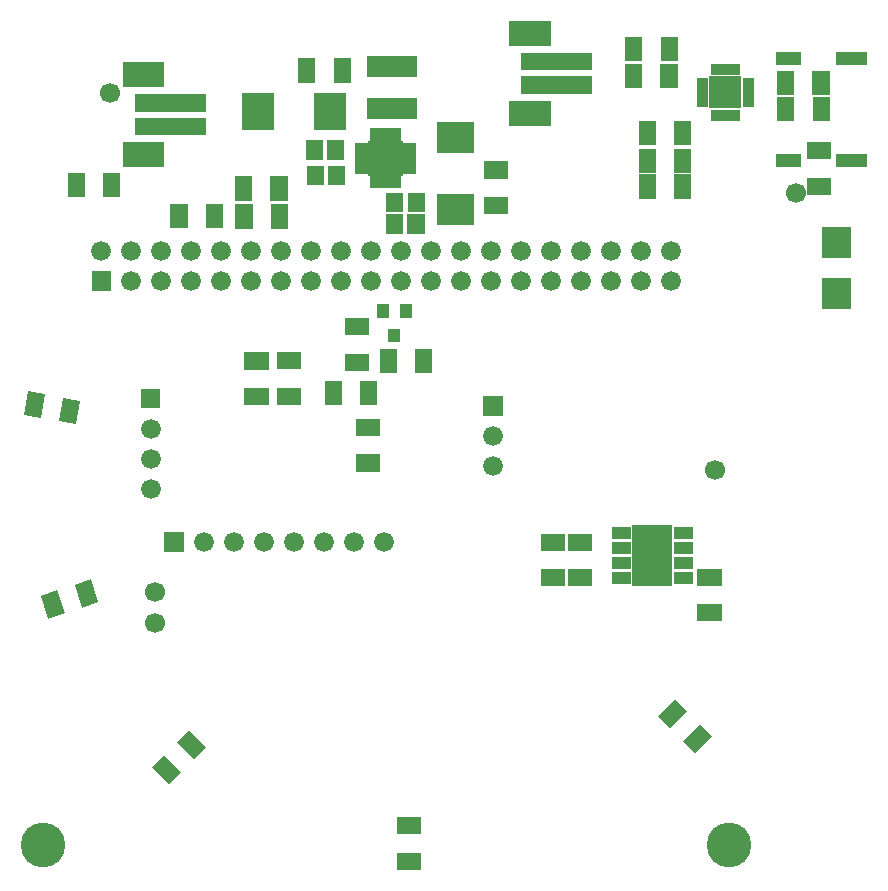
<source format=gbr>
G04 start of page 7 for group -4062 idx -4062 *
G04 Title: (unknown), soldermask *
G04 Creator: pcb 4.2.0 *
G04 CreationDate: Sun Feb  2 22:12:39 2020 UTC *
G04 For: blinken *
G04 Format: Gerber/RS-274X *
G04 PCB-Dimensions (mm): 90.16 90.16 *
G04 PCB-Coordinate-Origin: lower left *
%MOMM*%
%FSLAX43Y43*%
%LNBOTTOMMASK*%
%ADD71C,1.700*%
%ADD70C,3.780*%
%ADD69C,0.002*%
%ADD68C,0.852*%
%ADD67C,1.676*%
G54D67*X26110Y66370D03*
X28650D03*
X31190D03*
X26110Y68910D03*
X28650D03*
X31190D03*
X33730D03*
X36270D03*
X38810D03*
X33730Y66370D03*
X36270D03*
X38810D03*
X41350D03*
G54D68*X37460Y76760D03*
X38260Y77560D03*
X36660D03*
X38260Y75960D03*
X36660D03*
G54D67*X18490Y66370D03*
Y68910D03*
X21030Y66370D03*
Y68910D03*
G54D69*G36*
X12572Y67208D02*Y65532D01*
X14248D01*
Y67208D01*
X12572D01*
G37*
G54D67*X13410Y68910D03*
X15950Y66370D03*
Y68910D03*
X23570Y66370D03*
Y68910D03*
G54D69*G36*
X16730Y57253D02*Y55577D01*
X18407D01*
Y57253D01*
X16730D01*
G37*
G54D67*X17568Y53875D03*
Y51335D03*
Y48795D03*
X41350Y68910D03*
X43890Y66370D03*
X46430D03*
X48970D03*
G54D69*G36*
X45700Y56600D02*Y54924D01*
X47376D01*
Y56600D01*
X45700D01*
G37*
G54D67*X46538Y53222D03*
Y50682D03*
X43890Y68910D03*
X46430D03*
X48970D03*
X51510D03*
X54050D03*
X56590D03*
X51510Y66370D03*
X54050D03*
X56590D03*
X59130D03*
Y68910D03*
X61670D03*
Y66370D03*
G54D69*G36*
X18692Y45138D02*Y43462D01*
X20368D01*
Y45138D01*
X18692D01*
G37*
G54D67*X22070Y44300D03*
X24610D03*
X27150D03*
X29690D03*
X32230D03*
X34770D03*
X37310D03*
G54D70*X66500Y18660D03*
G54D71*X65340Y50410D03*
X72190Y73790D03*
X17980Y40010D03*
X17940Y37420D03*
G54D70*X8500Y18660D03*
G54D71*X14100Y82260D03*
G54D69*G36*
X35880Y85424D02*Y83670D01*
X40134D01*
Y85424D01*
X35880D01*
G37*
G36*
X31515Y85215D02*X30063D01*
Y83162D01*
X31515D01*
Y85215D01*
G37*
G36*
X34515D02*X33063D01*
Y83162D01*
X34515D01*
Y85215D01*
G37*
G36*
X47936Y88404D02*Y86296D01*
X51444D01*
Y88404D01*
X47936D01*
G37*
G36*
Y81604D02*Y79496D01*
X51444D01*
Y81604D01*
X47936D01*
G37*
G36*
X48936Y85704D02*Y84196D01*
X54944D01*
Y85704D01*
X48936D01*
G37*
G36*
Y83704D02*Y82196D01*
X54944D01*
Y83704D01*
X48936D01*
G37*
G36*
X41813Y79827D02*Y77173D01*
X44967D01*
Y79827D01*
X41813D01*
G37*
G36*
X35880Y81824D02*Y80070D01*
X40134D01*
Y81824D01*
X35880D01*
G37*
G36*
X34086Y82289D02*X31432D01*
Y79135D01*
X34086D01*
Y82289D01*
G37*
G36*
X38810Y76135D02*Y75435D01*
X40010D01*
Y76135D01*
X38810D01*
G37*
G36*
Y76785D02*Y76085D01*
X40010D01*
Y76785D01*
X38810D01*
G37*
G36*
Y77435D02*Y76735D01*
X40010D01*
Y77435D01*
X38810D01*
G37*
G36*
Y78085D02*Y77385D01*
X40010D01*
Y78085D01*
X38810D01*
G37*
G36*
X37485Y75410D02*X36785D01*
Y74210D01*
X37485D01*
Y75410D01*
G37*
G36*
X38135D02*X37435D01*
Y74210D01*
X38135D01*
Y75410D01*
G37*
G36*
X38785D02*X38085D01*
Y74210D01*
X38785D01*
Y75410D01*
G37*
G36*
X45794Y76496D02*Y75044D01*
X47846D01*
Y76496D01*
X45794D01*
G37*
G36*
X41813Y73727D02*Y71073D01*
X44967D01*
Y73727D01*
X41813D01*
G37*
G36*
X45794Y73496D02*Y72044D01*
X47846D01*
Y73496D01*
X45794D01*
G37*
G36*
X40766Y72026D02*X39314D01*
Y70374D01*
X40766D01*
Y72026D01*
G37*
G36*
X38966D02*X37514D01*
Y70374D01*
X38966D01*
Y72026D01*
G37*
G36*
X38976Y73826D02*X37524D01*
Y72174D01*
X38976D01*
Y73826D01*
G37*
G36*
X40776D02*X39324D01*
Y72174D01*
X40776D01*
Y73826D01*
G37*
G36*
X38785Y79310D02*X38085D01*
Y78110D01*
X38785D01*
Y79310D01*
G37*
G36*
X38135D02*X37435D01*
Y78110D01*
X38135D01*
Y79310D01*
G37*
G36*
X37485D02*X36785D01*
Y78110D01*
X37485D01*
Y79310D01*
G37*
G36*
X34910Y78085D02*Y77385D01*
X36110D01*
Y78085D01*
X34910D01*
G37*
G36*
Y77435D02*Y76735D01*
X36110D01*
Y77435D01*
X34910D01*
G37*
G36*
Y76785D02*Y76085D01*
X36110D01*
Y76785D01*
X34910D01*
G37*
G36*
Y76135D02*Y75435D01*
X36110D01*
Y76135D01*
X34910D01*
G37*
G36*
X36835Y75410D02*X36135D01*
Y74210D01*
X36835D01*
Y75410D01*
G37*
G36*
Y79310D02*X36135D01*
Y78110D01*
X36835D01*
Y79310D01*
G37*
G36*
X35983Y78237D02*Y75283D01*
X38937D01*
Y78237D01*
X35983D01*
G37*
G36*
X33966Y78276D02*X32514D01*
Y76624D01*
X33966D01*
Y78276D01*
G37*
G36*
X32166D02*X30714D01*
Y76624D01*
X32166D01*
Y78276D01*
G37*
G36*
X34066Y76146D02*X32614D01*
Y74494D01*
X34066D01*
Y76146D01*
G37*
G36*
X32266D02*X30814D01*
Y74494D01*
X32266D01*
Y76146D01*
G37*
G36*
X38399Y20975D02*Y19522D01*
X40451D01*
Y20975D01*
X38399D01*
G37*
G36*
X20802Y28366D02*X19776Y27339D01*
X21227Y25888D01*
X22254Y26915D01*
X20802Y28366D01*
G37*
G36*
X18681Y26245D02*X17654Y25218D01*
X19106Y23767D01*
X20132Y24794D01*
X18681Y26245D01*
G37*
G36*
X12513Y41111D02*X11132Y40662D01*
X11766Y38710D01*
X13147Y39159D01*
X12513Y41111D01*
G37*
G36*
X9660Y40184D02*X8279Y39735D01*
X8913Y37783D01*
X10294Y38232D01*
X9660Y40184D01*
G37*
G36*
X11614Y56246D02*X10184Y56498D01*
X9828Y54477D01*
X11258Y54225D01*
X11614Y56246D01*
G37*
G36*
X8660Y56767D02*X7230Y57019D01*
X6874Y54998D01*
X8304Y54745D01*
X8660Y56767D01*
G37*
G36*
X25507Y60317D02*Y58864D01*
X27560D01*
Y60317D01*
X25507D01*
G37*
G36*
X34019Y63218D02*Y61766D01*
X36071D01*
Y63218D01*
X34019D01*
G37*
G36*
Y60219D02*Y58766D01*
X36071D01*
Y60219D01*
X34019D01*
G37*
G36*
X25507Y57317D02*Y55865D01*
X27560D01*
Y57317D01*
X25507D01*
G37*
G36*
X52922Y44985D02*Y43532D01*
X54974D01*
Y44985D01*
X52922D01*
G37*
G36*
X50638Y44989D02*Y43536D01*
X52690D01*
Y44989D01*
X50638D01*
G37*
G36*
X52922Y41985D02*Y40533D01*
X54974D01*
Y41985D01*
X52922D01*
G37*
G36*
X50638Y41989D02*Y40537D01*
X52690D01*
Y41989D01*
X50638D01*
G37*
G36*
X23702Y72871D02*X22250D01*
Y70818D01*
X23702D01*
Y72871D01*
G37*
G36*
X26200Y72857D02*X24748D01*
Y70805D01*
X26200D01*
Y72857D01*
G37*
G36*
X26170Y75233D02*X24718D01*
Y73180D01*
X26170D01*
Y75233D01*
G37*
G36*
X15216Y78104D02*Y75996D01*
X18724D01*
Y78104D01*
X15216D01*
G37*
G36*
X16216Y82204D02*Y80696D01*
X22224D01*
Y82204D01*
X16216D01*
G37*
G36*
Y80204D02*Y78696D01*
X22224D01*
Y80204D01*
X16216D01*
G37*
G36*
X15216Y84904D02*Y82796D01*
X18724D01*
Y84904D01*
X15216D01*
G37*
G36*
X27986Y82289D02*X25332D01*
Y79135D01*
X27986D01*
Y82289D01*
G37*
G36*
X29200Y72857D02*X27748D01*
Y70805D01*
X29200D01*
Y72857D01*
G37*
G36*
X29170Y75233D02*X27717D01*
Y73180D01*
X29170D01*
Y75233D01*
G37*
G36*
X20703Y72871D02*X19250D01*
Y70818D01*
X20703D01*
Y72871D01*
G37*
G36*
X14996Y75524D02*X13543D01*
Y73472D01*
X14996D01*
Y75524D01*
G37*
G36*
X11996D02*X10544D01*
Y73472D01*
X11996D01*
Y75524D01*
G37*
G36*
X76835Y66635D02*X74385D01*
Y63985D01*
X76835D01*
Y66635D01*
G37*
G36*
X70500Y77160D02*Y76060D01*
X72600D01*
Y77160D01*
X70500D01*
G37*
G36*
X73115Y75113D02*Y73660D01*
X75168D01*
Y75113D01*
X73115D01*
G37*
G36*
X76835Y70935D02*X74385D01*
Y68285D01*
X76835D01*
Y70935D01*
G37*
G36*
X75610Y77160D02*Y76060D01*
X78210D01*
Y77160D01*
X75610D01*
G37*
G36*
X73115Y78112D02*Y76660D01*
X75168D01*
Y78112D01*
X73115D01*
G37*
G36*
X75610Y85800D02*Y84700D01*
X78210D01*
Y85800D01*
X75610D01*
G37*
G36*
X70500D02*Y84700D01*
X72600D01*
Y85800D01*
X70500D01*
G37*
G36*
X72069Y81938D02*X70617D01*
Y79885D01*
X72069D01*
Y81938D01*
G37*
G36*
X72060Y84190D02*X70608D01*
Y82137D01*
X72060D01*
Y84190D01*
G37*
G36*
X75069Y81938D02*X73617D01*
Y79885D01*
X75069D01*
Y81938D01*
G37*
G36*
X75060Y84190D02*X73608D01*
Y82137D01*
X75060D01*
Y84190D01*
G37*
G36*
X63865Y39017D02*Y37564D01*
X65918D01*
Y39017D01*
X63865D01*
G37*
G36*
Y42017D02*Y40564D01*
X65918D01*
Y42017D01*
X63865D01*
G37*
G36*
X63003Y29936D02*X61976Y30963D01*
X60525Y29512D01*
X61552Y28485D01*
X63003Y29936D01*
G37*
G36*
X65124Y27814D02*X64097Y28841D01*
X62646Y27390D01*
X63673Y26363D01*
X65124Y27814D01*
G37*
G36*
X56603Y41747D02*Y40743D01*
X58207D01*
Y41747D01*
X56603D01*
G37*
G36*
X61757Y45727D02*X58303D01*
Y40573D01*
X61757D01*
Y45727D01*
G37*
G36*
X56603Y43017D02*Y42013D01*
X58207D01*
Y43017D01*
X56603D01*
G37*
G36*
Y44287D02*Y43283D01*
X58207D01*
Y44287D01*
X56603D01*
G37*
G36*
Y45557D02*Y44553D01*
X58207D01*
Y45557D01*
X56603D01*
G37*
G36*
X61853Y41747D02*Y40743D01*
X63457D01*
Y41747D01*
X61853D01*
G37*
G36*
Y43017D02*Y42013D01*
X63457D01*
Y43017D01*
X61853D01*
G37*
G36*
Y44287D02*Y43283D01*
X63457D01*
Y44287D01*
X61853D01*
G37*
G36*
Y45557D02*Y44553D01*
X63457D01*
Y45557D01*
X61853D01*
G37*
G36*
X38399Y17975D02*Y16522D01*
X40451D01*
Y17975D01*
X38399D01*
G37*
G36*
X60332Y79947D02*X58880D01*
Y77895D01*
X60332D01*
Y79947D01*
G37*
G36*
X59206Y87057D02*X57754D01*
Y85004D01*
X59206D01*
Y87057D01*
G37*
G36*
X59190Y84736D02*X57737D01*
Y82684D01*
X59190D01*
Y84736D01*
G37*
G36*
X60334Y75404D02*X58882D01*
Y73351D01*
X60334D01*
Y75404D01*
G37*
G36*
X60350Y77583D02*X58897D01*
Y75531D01*
X60350D01*
Y77583D01*
G37*
G36*
X62206Y87057D02*X60753D01*
Y85004D01*
X62206D01*
Y87057D01*
G37*
G36*
X62189Y84736D02*X60737D01*
Y82684D01*
X62189D01*
Y84736D01*
G37*
G36*
X63334Y75404D02*X61882D01*
Y73351D01*
X63334D01*
Y75404D01*
G37*
G36*
X63350Y77583D02*X61897D01*
Y75531D01*
X63350D01*
Y77583D01*
G37*
G36*
X63332Y79947D02*X61880D01*
Y77895D01*
X63332D01*
Y79947D01*
G37*
G36*
X67492Y80840D02*X66989D01*
Y79908D01*
X67492D01*
Y80840D01*
G37*
G36*
X66992D02*X66489D01*
Y79908D01*
X66992D01*
Y80840D01*
G37*
G36*
X66492D02*X65989D01*
Y79908D01*
X66492D01*
Y80840D01*
G37*
G36*
X65991D02*X65489D01*
Y79908D01*
X65991D01*
Y80840D01*
G37*
G36*
X65491D02*X64988D01*
Y79908D01*
X65491D01*
Y80840D01*
G37*
G36*
X63808Y81591D02*Y81088D01*
X64740D01*
Y81591D01*
X63808D01*
G37*
G36*
Y82091D02*Y81589D01*
X64740D01*
Y82091D01*
X63808D01*
G37*
G36*
Y82592D02*Y82089D01*
X64740D01*
Y82592D01*
X63808D01*
G37*
G36*
Y83092D02*Y82589D01*
X64740D01*
Y83092D01*
X63808D01*
G37*
G36*
Y83592D02*Y83089D01*
X64740D01*
Y83592D01*
X63808D01*
G37*
G36*
X67740D02*Y83089D01*
X68672D01*
Y83592D01*
X67740D01*
G37*
G36*
Y83092D02*Y82589D01*
X68672D01*
Y83092D01*
X67740D01*
G37*
G36*
Y82592D02*Y82089D01*
X68672D01*
Y82592D01*
X67740D01*
G37*
G36*
Y82091D02*Y81589D01*
X68672D01*
Y82091D01*
X67740D01*
G37*
G36*
Y81591D02*Y81088D01*
X68672D01*
Y81591D01*
X67740D01*
G37*
G36*
X64889Y82442D02*Y80989D01*
X66342D01*
Y82442D01*
X64889D01*
G37*
G36*
X66138D02*Y80989D01*
X67591D01*
Y82442D01*
X66138D01*
G37*
G36*
Y83691D02*Y82238D01*
X67591D01*
Y83691D01*
X66138D01*
G37*
G36*
X64889D02*Y82238D01*
X66342D01*
Y83691D01*
X64889D01*
G37*
G36*
X65491Y84772D02*X64988D01*
Y83840D01*
X65491D01*
Y84772D01*
G37*
G36*
X65991D02*X65489D01*
Y83840D01*
X65991D01*
Y84772D01*
G37*
G36*
X66492D02*X65989D01*
Y83840D01*
X66492D01*
Y84772D01*
G37*
G36*
X66992D02*X66489D01*
Y83840D01*
X66992D01*
Y84772D01*
G37*
G36*
X67492D02*X66989D01*
Y83840D01*
X67492D01*
Y84772D01*
G37*
G36*
X41427Y60600D02*X39975D01*
Y58548D01*
X41427D01*
Y60600D01*
G37*
G36*
X38427D02*X36975D01*
Y58548D01*
X38427D01*
Y60600D01*
G37*
G36*
X37730Y64419D02*X36714D01*
Y63251D01*
X37730D01*
Y64419D01*
G37*
G36*
X39711D02*X38695D01*
Y63251D01*
X39711D01*
Y64419D01*
G37*
G36*
X38720Y62336D02*X37704D01*
Y61168D01*
X38720D01*
Y62336D01*
G37*
G36*
X36774Y57901D02*X35321D01*
Y55849D01*
X36774D01*
Y57901D01*
G37*
G36*
X33774D02*X32322D01*
Y55849D01*
X33774D01*
Y57901D01*
G37*
G36*
X28278Y57344D02*Y55892D01*
X30330D01*
Y57344D01*
X28278D01*
G37*
G36*
Y60344D02*Y58891D01*
X30330D01*
Y60344D01*
X28278D01*
G37*
G36*
X34940Y51691D02*Y50239D01*
X36993D01*
Y51691D01*
X34940D01*
G37*
G36*
Y54691D02*Y53239D01*
X36993D01*
Y54691D01*
X34940D01*
G37*
M02*

</source>
